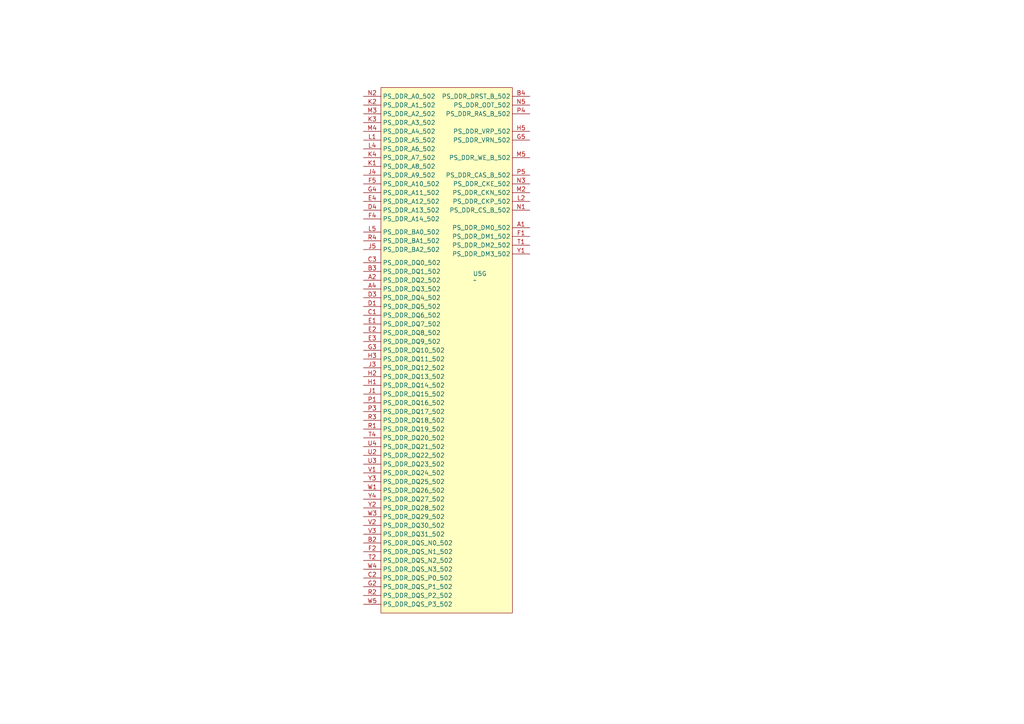
<source format=kicad_sch>
(kicad_sch (version 20231120) (generator "eeschema") (generator_version "8.0")
  (paper "A4")
  (lib_symbols
    (symbol "otter:XC7Z020-1CLG400C"
      (property "Reference" "U" (at 5.842 -1.27 0))
      (symbol "XC7Z020-1CLG400C_1_1"
        (rectangle (start 5.08 57.15) (end 34.29 0) (fill (type background)))
        (pin power_in line (at 39.37 2.54 180) (length 5.08) (name "RSVDGND") (number "F10"))
        (pin power_in line (at 39.37 29.21 180) (length 5.08) (name "VCCBATT_0") (number "F11"))
        (pin output line (at 39.37 49.53 180) (length 5.08) (name "TDO_0") (number "F6"))
        (pin input line (at 39.37 54.61 180) (length 5.08) (name "TCK_0") (number "F9"))
        (pin input line (at 39.37 52.07 180) (length 5.08) (name "TDI_0") (number "G6"))
        (pin power_in line (at 0 2.54 0) (length 5.08) (name "GNDADC_0") (number "J10"))
        (pin input line (at 39.37 46.99 180) (length 5.08) (name "TMS_0") (number "J6"))
        (pin power_in line (at 0 8.89 0) (length 5.08) (name "VCCADC_0") (number "J9"))
        (pin input line (at 0 16.51 0) (length 5.08) (name "VREFN_0") (number "K10"))
        (pin power_in line (at 39.37 38.1 180) (length 5.08) (name "VCCO_0") (number "K6"))
        (pin input line (at 0 26.67 0) (length 5.08) (name "VP_0") (number "K9"))
        (pin input line (at 0 24.13 0) (length 5.08) (name "VN_0") (number "L10"))
        (pin input line (at 0 43.18 0) (length 5.08) (name "PROGRAM_B_0") (number "L6"))
        (pin input line (at 0 19.05 0) (length 5.08) (name "VREFP_0") (number "L9"))
        (pin passive line (at 0 31.75 0) (length 5.08) (name "DXN_0") (number "M10"))
        (pin input line (at 0 54.61 0) (length 5.08) (name "CFGBVS_0") (number "M6"))
        (pin passive line (at 0 34.29 0) (length 5.08) (name "DXP_0") (number "M9"))
        (pin power_in line (at 39.37 5.08 180) (length 5.08) (name "RSVDVCC3") (number "N6"))
        (pin input line (at 0 46.99 0) (length 5.08) (name "INIT_B_0") (number "R10"))
        (pin output line (at 0 50.8 0) (length 5.08) (name "DONE_0") (number "R11"))
        (pin power_in line (at 39.37 7.62 180) (length 5.08) (name "RSVDVCC2") (number "R6"))
        (pin power_in line (at 39.37 10.16 180) (length 5.08) (name "RSVDVCC1") (number "T6"))
      )
      (symbol "XC7Z020-1CLG400C_2_1"
        (rectangle (start 5.08 66.04) (end 29.21 0) (fill (type background)))
        (pin bidirectional line (at 0 17.78 0) (length 5.08) (name "IO_L19P_T3_13") (number "T5"))
        (pin bidirectional line (at 0 53.34 0) (length 5.08) (name "IO_L12P_T1_MRCC_13") (number "T9"))
        (pin bidirectional line (at 0 55.88 0) (length 5.08) (name "IO_L12N_T1_MRCC_13") (number "U10"))
        (pin bidirectional line (at 0 20.32 0) (length 5.08) (name "IO_L19N_T3_VREF_13") (number "U5"))
        (pin bidirectional line (at 0 58.42 0) (length 5.08) (name "IO_L11P_T1_SRCC_13") (number "U7"))
        (pin bidirectional line (at 0 30.48 0) (length 5.08) (name "IO_L17N_T2_13") (number "U8"))
        (pin bidirectional line (at 0 27.94 0) (length 5.08) (name "IO_L17P_T2_13") (number "U9"))
        (pin bidirectional line (at 0 10.16 0) (length 5.08) (name "IO_L21N_T3_DQS_13") (number "V10"))
        (pin bidirectional line (at 0 7.62 0) (length 5.08) (name "IO_L21P_T3_DQS_13") (number "V11"))
        (pin bidirectional line (at 0 63.5 0) (length 5.08) (name "IO_L6N_T0_VREF_13") (number "V5"))
        (pin bidirectional line (at 0 2.54 0) (length 5.08) (name "IO_L22P_T3_13") (number "V6"))
        (pin bidirectional line (at 0 60.96 0) (length 5.08) (name "IO_L11N_T1_SRCC_13") (number "V7"))
        (pin bidirectional line (at 0 38.1 0) (length 5.08) (name "IO_L15P_T2_DQS_13") (number "V8"))
        (pin bidirectional line (at 0 33.02 0) (length 5.08) (name "IO_L16P_T2_13") (number "W10"))
        (pin bidirectional line (at 0 22.86 0) (length 5.08) (name "IO_L18P_T2_13") (number "W11"))
        (pin bidirectional line (at 0 5.08 0) (length 5.08) (name "IO_L22N_T3_13") (number "W6"))
        (pin bidirectional line (at 0 40.64 0) (length 5.08) (name "IO_L15N_T2_DQS_13") (number "W8"))
        (pin bidirectional line (at 0 35.56 0) (length 5.08) (name "IO_L16N_T2_13") (number "W9"))
        (pin bidirectional line (at 0 25.4 0) (length 5.08) (name "IO_L18N_T2_13") (number "Y11"))
        (pin bidirectional line (at 0 12.7 0) (length 5.08) (name "IO_L20P_T3_13") (number "Y12"))
        (pin bidirectional line (at 0 15.24 0) (length 5.08) (name "IO_L20N_T3_13") (number "Y13"))
        (pin bidirectional line (at 0 50.8 0) (length 5.08) (name "IO_L13N_T2_MRCC_13") (number "Y6"))
        (pin bidirectional line (at 0 48.26 0) (length 5.08) (name "IO_L13P_T2_MRCC_13") (number "Y7"))
        (pin bidirectional line (at 0 45.72 0) (length 5.08) (name "IO_L14N_T2_SRCC_13") (number "Y8"))
        (pin bidirectional line (at 0 43.18 0) (length 5.08) (name "IO_L14P_T2_SRCC_13") (number "Y9"))
      )
      (symbol "XC7Z020-1CLG400C_3_1"
        (rectangle (start 5.08 129.54) (end 34.29 0) (fill (type background)))
        (pin bidirectional line (at 0 7.62 0) (length 5.08) (name "IO_L23P_T3_34") (number "N17"))
        (pin bidirectional line (at 0 58.42 0) (length 5.08) (name "IO_L13P_T2_MRCC_34") (number "N18"))
        (pin bidirectional line (at 0 53.34 0) (length 5.08) (name "IO_L14P_T2_SRCC_34") (number "N20"))
        (pin bidirectional line (at 0 93.98 0) (length 5.08) (name "IO_L6P_T0_34") (number "P14"))
        (pin bidirectional line (at 0 2.54 0) (length 5.08) (name "IO_L24P_T3_34") (number "P15"))
        (pin bidirectional line (at 0 5.08 0) (length 5.08) (name "IO_L24N_T3_34") (number "P16"))
        (pin bidirectional line (at 0 10.16 0) (length 5.08) (name "IO_L23N_T3_34") (number "P18"))
        (pin bidirectional line (at 0 60.96 0) (length 5.08) (name "IO_L13N_T2_MRCC_34") (number "P19"))
        (pin bidirectional line (at 0 55.88 0) (length 5.08) (name "IO_L14N_T2_SRCC_34") (number "P20"))
        (pin bidirectional line (at 0 96.52 0) (length 5.08) (name "IO_L6N_T0_VREF_34") (number "R14"))
        (pin bidirectional line (at 0 27.94 0) (length 5.08) (name "IO_L19P_T3_34") (number "R16"))
        (pin bidirectional line (at 0 30.48 0) (length 5.08) (name "IO_L19N_T3_VREF_34") (number "R17"))
        (pin bidirectional line (at 0 25.4 0) (length 5.08) (name "IO_L20N_T3_34") (number "R18"))
        (pin bidirectional line (at 0 127 0) (length 5.08) (name "IO_0_34") (number "R19"))
        (pin bidirectional line (at 0 121.92 0) (length 5.08) (name "IO_L1N_T0_34") (number "T10"))
        (pin bidirectional line (at 0 119.38 0) (length 5.08) (name "IO_L1P_T0_34") (number "T11"))
        (pin bidirectional line (at 0 114.3 0) (length 5.08) (name "IO_L2P_T0_34") (number "T12"))
        (pin bidirectional line (at 0 99.06 0) (length 5.08) (name "IO_L5P_T0_34") (number "T14"))
        (pin bidirectional line (at 0 101.6 0) (length 5.08) (name "IO_L5N_T0_34") (number "T15"))
        (pin bidirectional line (at 0 78.74 0) (length 5.08) (name "IO_L9P_T1_DQS_34") (number "T16"))
        (pin bidirectional line (at 0 22.86 0) (length 5.08) (name "IO_L20P_T3_34") (number "T17"))
        (pin bidirectional line (at 0 124.46 0) (length 5.08) (name "IO_25_34") (number "T19"))
        (pin bidirectional line (at 0 48.26 0) (length 5.08) (name "IO_L15P_T2_DQS_34") (number "T20"))
        (pin bidirectional line (at 0 116.84 0) (length 5.08) (name "IO_L2N_T0_34") (number "U12"))
        (pin bidirectional line (at 0 109.22 0) (length 5.08) (name "IO_L3P_T0_DQS_PUDC_B_34") (number "U13"))
        (pin bidirectional line (at 0 68.58 0) (length 5.08) (name "IO_L11P_T1_SRCC_34") (number "U14"))
        (pin bidirectional line (at 0 71.12 0) (length 5.08) (name "IO_L11N_T1_SRCC_34") (number "U15"))
        (pin bidirectional line (at 0 81.28 0) (length 5.08) (name "IO_L9N_T1_DQS_34") (number "U17"))
        (pin bidirectional line (at 0 63.5 0) (length 5.08) (name "IO_L12P_T1_MRCC_34") (number "U18"))
        (pin bidirectional line (at 0 66.04 0) (length 5.08) (name "IO_L12N_T1_MRCC_34") (number "U19"))
        (pin bidirectional line (at 0 50.8 0) (length 5.08) (name "IO_L15N_T2_DQS_34") (number "U20"))
        (pin bidirectional line (at 0 104.14 0) (length 5.08) (name "IO_L4P_T0_34") (number "V12"))
        (pin bidirectional line (at 0 111.76 0) (length 5.08) (name "IO_L3N_T0_DQS_34") (number "V13"))
        (pin bidirectional line (at 0 73.66 0) (length 5.08) (name "IO_L10P_T1_34") (number "V15"))
        (pin bidirectional line (at 0 33.02 0) (length 5.08) (name "IO_L18P_T2_34") (number "V16"))
        (pin bidirectional line (at 0 17.78 0) (length 5.08) (name "IO_L21P_T3_DQS_34") (number "V17"))
        (pin bidirectional line (at 0 20.32 0) (length 5.08) (name "IO_L21N_T3_DQS_34") (number "V18"))
        (pin bidirectional line (at 0 43.18 0) (length 5.08) (name "IO_L16P_T2_34") (number "V20"))
        (pin bidirectional line (at 0 106.68 0) (length 5.08) (name "IO_L4N_T0_34") (number "W13"))
        (pin bidirectional line (at 0 83.82 0) (length 5.08) (name "IO_L8P_T1_34") (number "W14"))
        (pin bidirectional line (at 0 76.2 0) (length 5.08) (name "IO_L10N_T1_34") (number "W15"))
        (pin bidirectional line (at 0 35.56 0) (length 5.08) (name "IO_L18N_T2_34") (number "W16"))
        (pin bidirectional line (at 0 12.7 0) (length 5.08) (name "IO_L22P_T3_34") (number "W18"))
        (pin bidirectional line (at 0 15.24 0) (length 5.08) (name "IO_L22N_T3_34") (number "W19"))
        (pin bidirectional line (at 0 45.72 0) (length 5.08) (name "IO_L16N_T2_34") (number "W20"))
        (pin bidirectional line (at 0 86.36 0) (length 5.08) (name "IO_L8N_T1_34") (number "Y14"))
        (pin bidirectional line (at 0 88.9 0) (length 5.08) (name "IO_L7P_T1_34") (number "Y16"))
        (pin bidirectional line (at 0 91.44 0) (length 5.08) (name "IO_L7N_T1_34") (number "Y17"))
        (pin bidirectional line (at 0 38.1 0) (length 5.08) (name "IO_L17P_T2_34") (number "Y18"))
        (pin bidirectional line (at 0 40.64 0) (length 5.08) (name "IO_L17N_T2_34") (number "Y19"))
      )
      (symbol "XC7Z020-1CLG400C_4_1"
        (rectangle (start 5.08 129.54) (end 36.83 0) (fill (type background)))
        (pin bidirectional line (at 0 116.84 0) (length 5.08) (name "IO_L2N_T0_AD8N_35") (number "A20"))
        (pin bidirectional line (at 0 114.3 0) (length 5.08) (name "IO_L2P_T0_AD8P_35") (number "B19"))
        (pin bidirectional line (at 0 121.92 0) (length 5.08) (name "IO_L1N_T0_AD0N_35") (number "B20"))
        (pin bidirectional line (at 0 119.38 0) (length 5.08) (name "IO_L1P_T0_AD0P_35") (number "C20"))
        (pin bidirectional line (at 0 111.76 0) (length 5.08) (name "IO_L3N_T0_DQS_AD1N_35") (number "D18"))
        (pin bidirectional line (at 0 104.14 0) (length 5.08) (name "IO_L4P_T0_35") (number "D19"))
        (pin bidirectional line (at 0 106.68 0) (length 5.08) (name "IO_L4N_T0_35") (number "D20"))
        (pin bidirectional line (at 0 109.22 0) (length 5.08) (name "IO_L3P_T0_DQS_AD1P_35") (number "E17"))
        (pin bidirectional line (at 0 99.06 0) (length 5.08) (name "IO_L5P_T0_AD9P_35") (number "E18"))
        (pin bidirectional line (at 0 101.6 0) (length 5.08) (name "IO_L5N_T0_AD9N_35") (number "E19"))
        (pin bidirectional line (at 0 93.98 0) (length 5.08) (name "IO_L6P_T0_35") (number "F16"))
        (pin bidirectional line (at 0 96.52 0) (length 5.08) (name "IO_L6N_T0_VREF_35") (number "F17"))
        (pin bidirectional line (at 0 48.26 0) (length 5.08) (name "IO_L15P_T2_DQS_AD12P_35") (number "F19"))
        (pin bidirectional line (at 0 50.8 0) (length 5.08) (name "IO_L15N_T2_DQS_AD12N_35") (number "F20"))
        (pin bidirectional line (at 0 127 0) (length 5.08) (name "IO_0_35") (number "G14"))
        (pin bidirectional line (at 0 30.48 0) (length 5.08) (name "IO_L19N_T3_VREF_35") (number "G15"))
        (pin bidirectional line (at 0 43.18 0) (length 5.08) (name "IO_L16P_T2_35") (number "G17"))
        (pin bidirectional line (at 0 45.72 0) (length 5.08) (name "IO_L16N_T2_35") (number "G18"))
        (pin bidirectional line (at 0 33.02 0) (length 5.08) (name "IO_L18P_T2_AD13P_35") (number "G19"))
        (pin bidirectional line (at 0 35.56 0) (length 5.08) (name "IO_L18N_T2_AD13N_35") (number "G20"))
        (pin bidirectional line (at 0 27.94 0) (length 5.08) (name "IO_L19P_T3_35") (number "H15"))
        (pin bidirectional line (at 0 58.42 0) (length 5.08) (name "IO_L13P_T2_MRCC_35") (number "H16"))
        (pin bidirectional line (at 0 60.96 0) (length 5.08) (name "IO_L13N_T2_MRCC_35") (number "H17"))
        (pin bidirectional line (at 0 55.88 0) (length 5.08) (name "IO_L14N_T2_AD4N_SRCC_35") (number "H18"))
        (pin bidirectional line (at 0 40.64 0) (length 5.08) (name "IO_L17N_T2_AD5N_35") (number "H20"))
        (pin bidirectional line (at 0 25.4 0) (length 5.08) (name "IO_L20N_T3_AD6N_35") (number "J14"))
        (pin bidirectional line (at 0 124.46 0) (length 5.08) (name "IO_25_35") (number "J15"))
        (pin bidirectional line (at 0 5.08 0) (length 5.08) (name "IO_L24N_T3_AD15N_35") (number "J16"))
        (pin bidirectional line (at 0 53.34 0) (length 5.08) (name "IO_L14P_T2_AD4P_SRCC_35") (number "J18"))
        (pin bidirectional line (at 0 76.2 0) (length 5.08) (name "IO_L10N_T1_AD11N_35") (number "J19"))
        (pin bidirectional line (at 0 38.1 0) (length 5.08) (name "IO_L17P_T2_AD5P_35") (number "J20"))
        (pin bidirectional line (at 0 22.86 0) (length 5.08) (name "IO_L20P_T3_AD6P_35") (number "K14"))
        (pin bidirectional line (at 0 2.54 0) (length 5.08) (name "IO_L24P_T3_AD15P_35") (number "K16"))
        (pin bidirectional line (at 0 63.5 0) (length 5.08) (name "IO_L12P_T1_MRCC_35") (number "K17"))
        (pin bidirectional line (at 0 66.04 0) (length 5.08) (name "IO_L12N_T1_MRCC_35") (number "K18"))
        (pin bidirectional line (at 0 73.66 0) (length 5.08) (name "IO_L10P_T1_AD11P_35") (number "K19"))
        (pin bidirectional line (at 0 12.7 0) (length 5.08) (name "IO_L22P_T3_AD7P_35") (number "L14"))
        (pin bidirectional line (at 0 15.24 0) (length 5.08) (name "IO_L22N_T3_AD7N_35") (number "L15"))
        (pin bidirectional line (at 0 68.58 0) (length 5.08) (name "IO_L11P_T1_SRCC_35") (number "L16"))
        (pin bidirectional line (at 0 71.12 0) (length 5.08) (name "IO_L11N_T1_SRCC_35") (number "L17"))
        (pin bidirectional line (at 0 78.74 0) (length 5.08) (name "IO_L9P_T1_DQS_AD3P_35") (number "L19"))
        (pin bidirectional line (at 0 81.28 0) (length 5.08) (name "IO_L9N_T1_DQS_AD3N_35") (number "L20"))
        (pin bidirectional line (at 0 7.62 0) (length 5.08) (name "IO_L23P_T3_35") (number "M14"))
        (pin bidirectional line (at 0 10.16 0) (length 5.08) (name "IO_L23N_T3_35") (number "M15"))
        (pin bidirectional line (at 0 83.82 0) (length 5.08) (name "IO_L8P_T1_AD10P_35") (number "M17"))
        (pin bidirectional line (at 0 86.36 0) (length 5.08) (name "IO_L8N_T1_AD10N_35") (number "M18"))
        (pin bidirectional line (at 0 88.9 0) (length 5.08) (name "IO_L7P_T1_AD2P_35") (number "M19"))
        (pin bidirectional line (at 0 91.44 0) (length 5.08) (name "IO_L7N_T1_AD2N_35") (number "M20"))
        (pin bidirectional line (at 0 17.78 0) (length 5.08) (name "IO_L21P_T3_DQS_AD14P_35") (number "N15"))
        (pin bidirectional line (at 0 20.32 0) (length 5.08) (name "IO_L21N_T3_DQS_AD14N_35") (number "N16"))
      )
      (symbol "XC7Z020-1CLG400C_5_1"
        (rectangle (start 5.08 48.26) (end 25.4 0) (fill (type background)))
        (pin bidirectional line (at 0 27.94 0) (length 5.08) (name "PS_MIO6_500") (number "A5"))
        (pin bidirectional line (at 0 30.48 0) (length 5.08) (name "PS_MIO5_500") (number "A6"))
        (pin bidirectional line (at 0 40.64 0) (length 5.08) (name "PS_MIO1_500") (number "A7"))
        (pin bidirectional line (at 0 20.32 0) (length 5.08) (name "PS_MIO9_500") (number "B5"))
        (pin bidirectional line (at 0 33.02 0) (length 5.08) (name "PS_MIO4_500") (number "B7"))
        (pin bidirectional line (at 0 38.1 0) (length 5.08) (name "PS_MIO2_500") (number "B8"))
        (pin bidirectional line (at 0 7.62 0) (length 5.08) (name "PS_MIO14_500") (number "C5"))
        (pin bidirectional line (at 0 15.24 0) (length 5.08) (name "PS_MIO11_500") (number "C6"))
        (pin input line (at 0 2.54 0) (length 5.08) (name "PS_POR_B_500") (number "C7"))
        (pin bidirectional line (at 0 5.08 0) (length 5.08) (name "PS_MIO15_500") (number "C8"))
        (pin bidirectional line (at 0 22.86 0) (length 5.08) (name "PS_MIO8_500") (number "D5"))
        (pin bidirectional line (at 0 35.56 0) (length 5.08) (name "PS_MIO3_500") (number "D6"))
        (pin bidirectional line (at 0 25.4 0) (length 5.08) (name "PS_MIO7_500") (number "D8"))
        (pin bidirectional line (at 0 12.7 0) (length 5.08) (name "PS_MIO12_500") (number "D9"))
        (pin bidirectional line (at 0 43.18 0) (length 5.08) (name "PS_MIO0_500") (number "E6"))
        (pin input line (at 0 45.72 0) (length 5.08) (name "PS_CLK_500") (number "E7"))
        (pin bidirectional line (at 0 10.16 0) (length 5.08) (name "PS_MIO13_500") (number "E8"))
        (pin bidirectional line (at 0 17.78 0) (length 5.08) (name "PS_MIO10_500") (number "E9"))
      )
      (symbol "XC7Z020-1CLG400C_6_1"
        (rectangle (start 5.08 106.68) (end 25.4 0) (fill (type background)))
        (pin bidirectional line (at 0 50.8 0) (length 5.08) (name "PS_MIO37_501") (number "A10"))
        (pin bidirectional line (at 0 53.34 0) (length 5.08) (name "PS_MIO36_501") (number "A11"))
        (pin bidirectional line (at 0 58.42 0) (length 5.08) (name "PS_MIO34_501") (number "A12"))
        (pin bidirectional line (at 0 63.5 0) (length 5.08) (name "PS_MIO32_501") (number "A14"))
        (pin bidirectional line (at 0 78.74 0) (length 5.08) (name "PS_MIO26_501") (number "A15"))
        (pin bidirectional line (at 0 83.82 0) (length 5.08) (name "PS_MIO24_501") (number "A16"))
        (pin bidirectional line (at 0 93.98 0) (length 5.08) (name "PS_MIO20_501") (number "A17"))
        (pin bidirectional line (at 0 104.14 0) (length 5.08) (name "PS_MIO16_501") (number "A19"))
        (pin bidirectional line (at 0 35.56 0) (length 5.08) (name "PS_MIO43_501") (number "A9"))
        (pin input line (at 0 5.08 0) (length 5.08) (name "PS_SRST_B_501") (number "B10"))
        (pin bidirectional line (at 0 22.86 0) (length 5.08) (name "PS_MIO48_501") (number "B12"))
        (pin bidirectional line (at 0 17.78 0) (length 5.08) (name "PS_MIO50_501") (number "B13"))
        (pin bidirectional line (at 0 25.4 0) (length 5.08) (name "PS_MIO47_501") (number "B14"))
        (pin bidirectional line (at 0 30.48 0) (length 5.08) (name "PS_MIO45_501") (number "B15"))
        (pin bidirectional line (at 0 88.9 0) (length 5.08) (name "PS_MIO22_501") (number "B17"))
        (pin bidirectional line (at 0 99.06 0) (length 5.08) (name "PS_MIO18_501") (number "B18"))
        (pin bidirectional line (at 0 15.24 0) (length 5.08) (name "PS_MIO51_501") (number "B9"))
        (pin bidirectional line (at 0 12.7 0) (length 5.08) (name "PS_MIO52_501") (number "C10"))
        (pin bidirectional line (at 0 10.16 0) (length 5.08) (name "PS_MIO53_501") (number "C11"))
        (pin bidirectional line (at 0 20.32 0) (length 5.08) (name "PS_MIO49_501") (number "C12"))
        (pin bidirectional line (at 0 71.12 0) (length 5.08) (name "PS_MIO29_501") (number "C13"))
        (pin bidirectional line (at 0 68.58 0) (length 5.08) (name "PS_MIO30_501") (number "C15"))
        (pin bidirectional line (at 0 73.66 0) (length 5.08) (name "PS_MIO28_501") (number "C16"))
        (pin bidirectional line (at 0 40.64 0) (length 5.08) (name "PS_MIO41_501") (number "C17"))
        (pin bidirectional line (at 0 45.72 0) (length 5.08) (name "PS_MIO39_501") (number "C18"))
        (pin bidirectional line (at 0 96.52 0) (length 5.08) (name "PS_MIO19_501") (number "D10"))
        (pin bidirectional line (at 0 86.36 0) (length 5.08) (name "PS_MIO23_501") (number "D11"))
        (pin bidirectional line (at 0 76.2 0) (length 5.08) (name "PS_MIO27_501") (number "D13"))
        (pin bidirectional line (at 0 43.18 0) (length 5.08) (name "PS_MIO40_501") (number "D14"))
        (pin bidirectional line (at 0 60.96 0) (length 5.08) (name "PS_MIO33_501") (number "D15"))
        (pin bidirectional line (at 0 27.94 0) (length 5.08) (name "PS_MIO46_501") (number "D16"))
        (pin power_in line (at 0 7.62 0) (length 5.08) (name "PS_MIO_VREF_501") (number "E11"))
        (pin bidirectional line (at 0 38.1 0) (length 5.08) (name "PS_MIO42_501") (number "E12"))
        (pin bidirectional line (at 0 48.26 0) (length 5.08) (name "PS_MIO38_501") (number "E13"))
        (pin bidirectional line (at 0 101.6 0) (length 5.08) (name "PS_MIO17_501") (number "E14"))
        (pin bidirectional line (at 0 66.04 0) (length 5.08) (name "PS_MIO31_501") (number "E16"))
        (pin bidirectional line (at 0 55.88 0) (length 5.08) (name "PS_MIO35_501") (number "F12"))
        (pin bidirectional line (at 0 33.02 0) (length 5.08) (name "PS_MIO44_501") (number "F13"))
        (pin bidirectional line (at 0 91.44 0) (length 5.08) (name "PS_MIO21_501") (number "F14"))
        (pin bidirectional line (at 0 81.28 0) (length 5.08) (name "PS_MIO25_501") (number "F15"))
      )
      (symbol "XC7Z020-1CLG400C_7_1"
        (rectangle (start 5.08 152.4) (end 43.18 0) (fill (type background)))
        (pin output line (at 48.26 111.76 180) (length 5.08) (name "PS_DDR_DM0_502") (number "A1"))
        (pin bidirectional line (at 0 96.52 0) (length 5.08) (name "PS_DDR_DQ2_502") (number "A2"))
        (pin bidirectional line (at 0 93.98 0) (length 5.08) (name "PS_DDR_DQ3_502") (number "A4"))
        (pin bidirectional line (at 0 20.32 0) (length 5.08) (name "PS_DDR_DQS_N0_502") (number "B2"))
        (pin bidirectional line (at 0 99.06 0) (length 5.08) (name "PS_DDR_DQ1_502") (number "B3"))
        (pin output line (at 48.26 149.86 180) (length 5.08) (name "PS_DDR_DRST_B_502") (number "B4"))
        (pin bidirectional line (at 0 86.36 0) (length 5.08) (name "PS_DDR_DQ6_502") (number "C1"))
        (pin bidirectional line (at 0 10.16 0) (length 5.08) (name "PS_DDR_DQS_P0_502") (number "C2"))
        (pin bidirectional line (at 0 101.6 0) (length 5.08) (name "PS_DDR_DQ0_502") (number "C3"))
        (pin bidirectional line (at 0 88.9 0) (length 5.08) (name "PS_DDR_DQ5_502") (number "D1"))
        (pin bidirectional line (at 0 91.44 0) (length 5.08) (name "PS_DDR_DQ4_502") (number "D3"))
        (pin output line (at 0 116.84 0) (length 5.08) (name "PS_DDR_A13_502") (number "D4"))
        (pin bidirectional line (at 0 83.82 0) (length 5.08) (name "PS_DDR_DQ7_502") (number "E1"))
        (pin bidirectional line (at 0 81.28 0) (length 5.08) (name "PS_DDR_DQ8_502") (number "E2"))
        (pin bidirectional line (at 0 78.74 0) (length 5.08) (name "PS_DDR_DQ9_502") (number "E3"))
        (pin output line (at 0 119.38 0) (length 5.08) (name "PS_DDR_A12_502") (number "E4"))
        (pin output line (at 48.26 109.22 180) (length 5.08) (name "PS_DDR_DM1_502") (number "F1"))
        (pin bidirectional line (at 0 17.78 0) (length 5.08) (name "PS_DDR_DQS_N1_502") (number "F2"))
        (pin output line (at 0 114.3 0) (length 5.08) (name "PS_DDR_A14_502") (number "F4"))
        (pin output line (at 0 124.46 0) (length 5.08) (name "PS_DDR_A10_502") (number "F5"))
        (pin bidirectional line (at 0 7.62 0) (length 5.08) (name "PS_DDR_DQS_P1_502") (number "G2"))
        (pin bidirectional line (at 0 76.2 0) (length 5.08) (name "PS_DDR_DQ10_502") (number "G3"))
        (pin output line (at 0 121.92 0) (length 5.08) (name "PS_DDR_A11_502") (number "G4"))
        (pin power_out line (at 48.26 137.16 180) (length 5.08) (name "PS_DDR_VRN_502") (number "G5"))
        (pin bidirectional line (at 0 66.04 0) (length 5.08) (name "PS_DDR_DQ14_502") (number "H1"))
        (pin bidirectional line (at 0 68.58 0) (length 5.08) (name "PS_DDR_DQ13_502") (number "H2"))
        (pin bidirectional line (at 0 73.66 0) (length 5.08) (name "PS_DDR_DQ11_502") (number "H3"))
        (pin power_out line (at 48.26 139.7 180) (length 5.08) (name "PS_DDR_VRP_502") (number "H5"))
        (pin bidirectional line (at 0 63.5 0) (length 5.08) (name "PS_DDR_DQ15_502") (number "J1"))
        (pin bidirectional line (at 0 71.12 0) (length 5.08) (name "PS_DDR_DQ12_502") (number "J3"))
        (pin output line (at 0 127 0) (length 5.08) (name "PS_DDR_A9_502") (number "J4"))
        (pin output line (at 0 105.41 0) (length 5.08) (name "PS_DDR_BA2_502") (number "J5"))
        (pin output line (at 0 129.54 0) (length 5.08) (name "PS_DDR_A8_502") (number "K1"))
        (pin output line (at 0 147.32 0) (length 5.08) (name "PS_DDR_A1_502") (number "K2"))
        (pin output line (at 0 142.24 0) (length 5.08) (name "PS_DDR_A3_502") (number "K3"))
        (pin output line (at 0 132.08 0) (length 5.08) (name "PS_DDR_A7_502") (number "K4"))
        (pin output line (at 0 137.16 0) (length 5.08) (name "PS_DDR_A5_502") (number "L1"))
        (pin output line (at 48.26 119.38 180) (length 5.08) (name "PS_DDR_CKP_502") (number "L2"))
        (pin output line (at 0 134.62 0) (length 5.08) (name "PS_DDR_A6_502") (number "L4"))
        (pin output line (at 0 110.49 0) (length 5.08) (name "PS_DDR_BA0_502") (number "L5"))
        (pin output line (at 48.26 121.92 180) (length 5.08) (name "PS_DDR_CKN_502") (number "M2"))
        (pin output line (at 0 144.78 0) (length 5.08) (name "PS_DDR_A2_502") (number "M3"))
        (pin output line (at 0 139.7 0) (length 5.08) (name "PS_DDR_A4_502") (number "M4"))
        (pin output line (at 48.26 132.08 180) (length 5.08) (name "PS_DDR_WE_B_502") (number "M5"))
        (pin output line (at 48.26 116.84 180) (length 5.08) (name "PS_DDR_CS_B_502") (number "N1"))
        (pin output line (at 0 149.86 0) (length 5.08) (name "PS_DDR_A0_502") (number "N2"))
        (pin output line (at 48.26 124.46 180) (length 5.08) (name "PS_DDR_CKE_502") (number "N3"))
        (pin output line (at 48.26 147.32 180) (length 5.08) (name "PS_DDR_ODT_502") (number "N5"))
        (pin bidirectional line (at 0 60.96 0) (length 5.08) (name "PS_DDR_DQ16_502") (number "P1"))
        (pin bidirectional line (at 0 58.42 0) (length 5.08) (name "PS_DDR_DQ17_502") (number "P3"))
        (pin output line (at 48.26 144.78 180) (length 5.08) (name "PS_DDR_RAS_B_502") (number "P4"))
        (pin output line (at 48.26 127 180) (length 5.08) (name "PS_DDR_CAS_B_502") (number "P5"))
        (pin bidirectional line (at 0 53.34 0) (length 5.08) (name "PS_DDR_DQ19_502") (number "R1"))
        (pin bidirectional line (at 0 5.08 0) (length 5.08) (name "PS_DDR_DQS_P2_502") (number "R2"))
        (pin bidirectional line (at 0 55.88 0) (length 5.08) (name "PS_DDR_DQ18_502") (number "R3"))
        (pin output line (at 0 107.95 0) (length 5.08) (name "PS_DDR_BA1_502") (number "R4"))
        (pin output line (at 48.26 106.68 180) (length 5.08) (name "PS_DDR_DM2_502") (number "T1"))
        (pin bidirectional line (at 0 15.24 0) (length 5.08) (name "PS_DDR_DQS_N2_502") (number "T2"))
        (pin bidirectional line (at 0 50.8 0) (length 5.08) (name "PS_DDR_DQ20_502") (number "T4"))
        (pin bidirectional line (at 0 45.72 0) (length 5.08) (name "PS_DDR_DQ22_502") (number "U2"))
        (pin bidirectional line (at 0 43.18 0) (length 5.08) (name "PS_DDR_DQ23_502") (number "U3"))
        (pin bidirectional line (at 0 48.26 0) (length 5.08) (name "PS_DDR_DQ21_502") (number "U4"))
        (pin bidirectional line (at 0 40.64 0) (length 5.08) (name "PS_DDR_DQ24_502") (number "V1"))
        (pin bidirectional line (at 0 25.4 0) (length 5.08) (name "PS_DDR_DQ30_502") (number "V2"))
        (pin bidirectional line (at 0 22.86 0) (length 5.08) (name "PS_DDR_DQ31_502") (number "V3"))
        (pin bidirectional line (at 0 35.56 0) (length 5.08) (name "PS_DDR_DQ26_502") (number "W1"))
        (pin bidirectional line (at 0 27.94 0) (length 5.08) (name "PS_DDR_DQ29_502") (number "W3"))
        (pin bidirectional line (at 0 12.7 0) (length 5.08) (name "PS_DDR_DQS_N3_502") (number "W4"))
        (pin bidirectional line (at 0 2.54 0) (length 5.08) (name "PS_DDR_DQS_P3_502") (number "W5"))
        (pin output line (at 48.26 104.14 180) (length 5.08) (name "PS_DDR_DM3_502") (number "Y1"))
        (pin bidirectional line (at 0 30.48 0) (length 5.08) (name "PS_DDR_DQ28_502") (number "Y2"))
        (pin bidirectional line (at 0 38.1 0) (length 5.08) (name "PS_DDR_DQ25_502") (number "Y3"))
        (pin bidirectional line (at 0 33.02 0) (length 5.08) (name "PS_DDR_DQ27_502") (number "Y4"))
      )
      (symbol "XC7Z020-1CLG400C_8_1"
        (rectangle (start 5.08 63.5) (end 38.1 0) (fill (type background)))
        (pin power_in line (at 0 20.32 0) (length 5.08) (name "VCCO_MIO1_501[4]") (number "A13"))
        (pin power_in line (at 0 2.54 0) (length 5.08) (name "GND[59]") (number "A18"))
        (pin power_in line (at 0 40.64 0) (length 5.08) (name "VCCO_DDR_502[10]") (number "A3"))
        (pin power_in line (at 0 2.54 0) (length 5.08) (name "GND[59]") (number "A8"))
        (pin power_in line (at 0 2.54 0) (length 5.08) (name "GND[59]") (number "B1"))
        (pin power_in line (at 0 2.54 0) (length 5.08) (name "GND[59]") (number "B11"))
        (pin power_in line (at 0 20.32 0) (length 5.08) (name "VCCO_MIO1_501[4]") (number "B16"))
        (pin power_in line (at 0 30.48 0) (length 5.08) (name "VCCO_MIO0_500[2]") (number "B6"))
        (pin power_in line (at 0 2.54 0) (length 5.08) (name "GND[59]") (number "C14"))
        (pin power_in line (at 43.18 10.16 180) (length 5.08) (name "VCCO_35[6]") (number "C19"))
        (pin power_in line (at 0 2.54 0) (length 5.08) (name "GND[59]") (number "C4"))
        (pin power_in line (at 0 2.54 0) (length 5.08) (name "GND[59]") (number "C9"))
        (pin power_in line (at 0 20.32 0) (length 5.08) (name "VCCO_MIO1_501[4]") (number "D12"))
        (pin power_in line (at 0 2.54 0) (length 5.08) (name "GND[59]") (number "D17"))
        (pin power_in line (at 0 40.64 0) (length 5.08) (name "VCCO_DDR_502[10]") (number "D2"))
        (pin power_in line (at 0 30.48 0) (length 5.08) (name "VCCO_MIO0_500[2]") (number "D7"))
        (pin power_in line (at 0 2.54 0) (length 5.08) (name "GND[59]") (number "E10"))
        (pin power_in line (at 0 20.32 0) (length 5.08) (name "VCCO_MIO1_501[4]") (number "E15"))
        (pin power_in line (at 0 2.54 0) (length 5.08) (name "GND[59]") (number "E20"))
        (pin power_in line (at 0 40.64 0) (length 5.08) (name "VCCO_DDR_502[10]") (number "E5"))
        (pin power_in line (at 43.18 10.16 180) (length 5.08) (name "VCCO_35[6]") (number "F18"))
        (pin power_in line (at 0 2.54 0) (length 5.08) (name "GND[59]") (number "F3"))
        (pin power_in line (at 0 2.54 0) (length 5.08) (name "GND[59]") (number "F7"))
        (pin power_in line (at 43.18 40.64 180) (length 5.08) (name "VCCPAUX[5]") (number "F8"))
        (pin power_in line (at 0 40.64 0) (length 5.08) (name "VCCO_DDR_502[10]") (number "G1"))
        (pin power_in line (at 0 2.54 0) (length 5.08) (name "GND[59]") (number "G10"))
        (pin power_in line (at 43.18 50.8 180) (length 5.08) (name "VCCBRAM[2]") (number "G11"))
        (pin power_in line (at 0 2.54 0) (length 5.08) (name "GND[59]") (number "G12"))
        (pin power_in line (at 0 60.96 0) (length 5.08) (name "VCCINT[9]") (number "G13"))
        (pin power_in line (at 0 2.54 0) (length 5.08) (name "GND[59]") (number "G16"))
        (pin power_in line (at 0 50.8 0) (length 5.08) (name "VCCPINT[6]") (number "G7"))
        (pin power_in line (at 43.18 30.48 180) (length 5.08) (name "VCCPLL") (number "G8"))
        (pin power_in line (at 43.18 40.64 180) (length 5.08) (name "VCCPAUX[5]") (number "G9"))
        (pin power_in line (at 43.18 50.8 180) (length 5.08) (name "VCCBRAM[2]") (number "H10"))
        (pin power_in line (at 0 2.54 0) (length 5.08) (name "GND[59]") (number "H11"))
        (pin power_in line (at 0 60.96 0) (length 5.08) (name "VCCINT[9]") (number "H12"))
        (pin power_in line (at 0 2.54 0) (length 5.08) (name "GND[59]") (number "H13"))
        (pin power_in line (at 43.18 10.16 180) (length 5.08) (name "VCCO_35[6]") (number "H14"))
        (pin power_in line (at 0 2.54 0) (length 5.08) (name "GND[59]") (number "H19"))
        (pin power_in line (at 0 40.64 0) (length 5.08) (name "VCCO_DDR_502[10]") (number "H4"))
        (pin power_in line (at 43.18 5.08 180) (length 5.08) (name "PS_DDR_VREF0_502") (number "H6"))
        (pin power_in line (at 0 2.54 0) (length 5.08) (name "GND[59]") (number "H7"))
        (pin power_in line (at 43.18 40.64 180) (length 5.08) (name "VCCPAUX[5]") (number "H8"))
        (pin power_in line (at 0 2.54 0) (length 5.08) (name "GND[59]") (number "H9"))
        (pin power_in line (at 43.18 60.96 180) (length 5.08) (name "VCCAUX[6]") (number "J11"))
        (pin power_in line (at 0 2.54 0) (length 5.08) (name "GND[59]") (number "J12"))
        (pin power_in line (at 0 60.96 0) (length 5.08) (name "VCCINT[9]") (number "J13"))
        (pin power_in line (at 43.18 10.16 180) (length 5.08) (name "VCCO_35[6]") (number "J17"))
        (pin power_in line (at 0 2.54 0) (length 5.08) (name "GND[59]") (number "J2"))
        (pin power_in line (at 0 50.8 0) (length 5.08) (name "VCCPINT[6]") (number "J7"))
        (pin power_in line (at 0 2.54 0) (length 5.08) (name "GND[59]") (number "J8"))
        (pin power_in line (at 0 2.54 0) (length 5.08) (name "GND[59]") (number "K11"))
        (pin power_in line (at 0 60.96 0) (length 5.08) (name "VCCINT[9]") (number "K12"))
        (pin power_in line (at 0 2.54 0) (length 5.08) (name "GND[59]") (number "K13"))
        (pin power_in line (at 0 2.54 0) (length 5.08) (name "GND[59]") (number "K15"))
        (pin power_in line (at 43.18 10.16 180) (length 5.08) (name "VCCO_35[6]") (number "K20"))
        (pin power_in line (at 0 2.54 0) (length 5.08) (name "GND[59]") (number "K5"))
        (pin power_in line (at 0 2.54 0) (length 5.08) (name "GND[59]") (number "K7"))
        (pin power_in line (at 43.18 40.64 180) (length 5.08) (name "VCCPAUX[5]") (number "K8"))
        (pin power_in line (at 43.18 60.96 180) (length 5.08) (name "VCCAUX[6]") (number "L11"))
        (pin power_in line (at 0 2.54 0) (length 5.08) (name "GND[59]") (number "L12"))
        (pin power_in line (at 0 60.96 0) (length 5.08) (name "VCCINT[9]") (number "L13"))
        (pin power_in line (at 0 2.54 0) (length 5.08) (name "GND[59]") (number "L18"))
        (pin power_in line (at 0 40.64 0) (length 5.08) (name "VCCO_DDR_502[10]") (number "L3"))
        (pin power_in line (at 0 50.8 0) (length 5.08) (name "VCCPINT[6]") (number "L7"))
        (pin power_in line (at 0 2.54 0) (length 5.08) (name "GND[59]") (number "L8"))
        (pin power_in line (at 0 2.54 0) (length 5.08) (name "GND[59]") (number "M1"))
        (pin power_in line (at 0 2.54 0) (length 5.08) (name "GND[59]") (number "M11"))
        (pin power_in line (at 0 60.96 0) (length 5.08) (name "VCCINT[9]") (number "M12"))
        (pin power_in line (at 0 2.54 0) (length 5.08) (name "GND[59]") (number "M13"))
        (pin power_in line (at 43.18 10.16 180) (length 5.08) (name "VCCO_35[6]") (number "M16"))
        (pin power_in line (at 0 2.54 0) (length 5.08) (name "GND[59]") (number "M7"))
        (pin power_in line (at 43.18 40.64 180) (length 5.08) (name "VCCPAUX[5]") (number "M8"))
        (pin power_in line (at 0 2.54 0) (length 5.08) (name "GND[59]") (number "N10"))
        (pin power_in line (at 43.18 60.96 180) (length 5.08) (name "VCCAUX[6]") (number "N11"))
        (pin power_in line (at 0 2.54 0) (length 5.08) (name "GND[59]") (number "N12"))
        (pin power_in line (at 0 60.96 0) (length 5.08) (name "VCCINT[9]") (number "N13"))
        (pin power_in line (at 0 2.54 0) (length 5.08) (name "GND[59]") (number "N14"))
        (pin power_in line (at 43.18 16.51 180) (length 5.08) (name "VCCO_34[6]") (number "N19"))
        (pin power_in line (at 0 2.54 0) (length 5.08) (name "GND[59]") (number "N4"))
        (pin power_in line (at 0 50.8 0) (length 5.08) (name "VCCPINT[6]") (number "N7"))
        (pin power_in line (at 0 2.54 0) (length 5.08) (name "GND[59]") (number "N8"))
        (pin power_in line (at 43.18 60.96 180) (length 5.08) (name "VCCAUX[6]") (number "N9"))
        (pin power_in line (at 43.18 60.96 180) (length 5.08) (name "VCCAUX[6]") (number "P10"))
        (pin power_in line (at 0 2.54 0) (length 5.08) (name "GND[59]") (number "P11"))
        (pin power_in line (at 0 60.96 0) (length 5.08) (name "VCCINT[9]") (number "P12"))
        (pin power_in line (at 0 2.54 0) (length 5.08) (name "GND[59]") (number "P13"))
        (pin power_in line (at 0 2.54 0) (length 5.08) (name "GND[59]") (number "P17"))
        (pin power_in line (at 0 40.64 0) (length 5.08) (name "VCCO_DDR_502[10]") (number "P2"))
        (pin power_in line (at 43.18 2.54 180) (length 5.08) (name "PS_DDR_VREF1_502") (number "P6"))
        (pin power_in line (at 0 2.54 0) (length 5.08) (name "GND[59]") (number "P7"))
        (pin power_in line (at 0 50.8 0) (length 5.08) (name "VCCPINT[6]") (number "P8"))
        (pin power_in line (at 0 2.54 0) (length 5.08) (name "GND[59]") (number "P9"))
        (pin power_in line (at 0 2.54 0) (length 5.08) (name "GND[59]") (number "R12"))
        (pin power_in line (at 0 60.96 0) (length 5.08) (name "VCCINT[9]") (number "R13"))
        (pin power_in line (at 43.18 16.51 180) (length 5.08) (name "VCCO_34[6]") (number "R15"))
        (pin power_in line (at 0 2.54 0) (length 5.08) (name "GND[59]") (number "R20"))
        (pin power_in line (at 0 40.64 0) (length 5.08) (name "VCCO_DDR_502[10]") (number "R5"))
        (pin power_in line (at 0 50.8 0) (length 5.08) (name "VCCPINT[6]") (number "R7"))
        (pin power_in line (at 0 2.54 0) (length 5.08) (name "GND[59]") (number "R8"))
        (pin power_in line (at 43.18 60.96 180) (length 5.08) (name "VCCAUX[6]") (number "R9"))
        (pin power_in line (at 0 2.54 0) (length 5.08) (name "GND[59]") (number "T13"))
        (pin power_in line (at 43.18 16.51 180) (length 5.08) (name "VCCO_34[6]") (number "T18"))
        (pin power_in line (at 0 2.54 0) (length 5.08) (name "GND[59]") (number "T3"))
        (pin power_in line (at 0 2.54 0) (length 5.08) (name "GND[59]") (number "T7"))
        (pin power_in line (at 43.18 22.86 180) (length 5.08) (name "VCCO_13[4]") (number "T8"))
        (pin power_in line (at 0 40.64 0) (length 5.08) (name "VCCO_DDR_502[10]") (number "U1"))
        (pin power_in line (at 43.18 22.86 180) (length 5.08) (name "VCCO_13[4]") (number "U11"))
        (pin power_in line (at 0 2.54 0) (length 5.08) (name "GND[59]") (number "U16"))
        (pin power_in line (at 0 2.54 0) (length 5.08) (name "GND[59]") (number "U6"))
        (pin power_in line (at 43.18 16.51 180) (length 5.08) (name "VCCO_34[6]") (number "V14"))
        (pin power_in line (at 0 2.54 0) (length 5.08) (name "GND[59]") (number "V19"))
        (pin power_in line (at 0 40.64 0) (length 5.08) (name "VCCO_DDR_502[10]") (number "V4"))
        (pin power_in line (at 0 2.54 0) (length 5.08) (name "GND[59]") (number "V9"))
        (pin power_in line (at 0 2.54 0) (length 5.08) (name "GND[59]") (number "W12"))
        (pin power_in line (at 43.18 16.51 180) (length 5.08) (name "VCCO_34[6]") (number "W17"))
        (pin power_in line (at 0 2.54 0) (length 5.08) (name "GND[59]") (number "W2"))
        (pin power_in line (at 43.18 22.86 180) (length 5.08) (name "VCCO_13[4]") (number "W7"))
        (pin power_in line (at 43.18 22.86 180) (length 5.08) (name "VCCO_13[4]") (number "Y10"))
        (pin power_in line (at 0 2.54 0) (length 5.08) (name "GND[59]") (number "Y15"))
        (pin power_in line (at 43.18 16.51 180) (length 5.08) (name "VCCO_34[6]") (number "Y20"))
        (pin power_in line (at 0 2.54 0) (length 5.08) (name "GND[59]") (number "Y5"))
      )
    )
  )
  (symbol (lib_id "otter:XC7Z020-1CLG400C") (at 105.41 177.8 0) (unit 7)
    (property "Reference" "U5" (at 137.16 79.3749 0) (effects (justify left)))
    (property "Value" "~" (at 137.16 81.28 0) (effects (justify left)))
    (property "Footprint" "otter:1CLG400C" (effects (hide yes)))
  )
)
</source>
